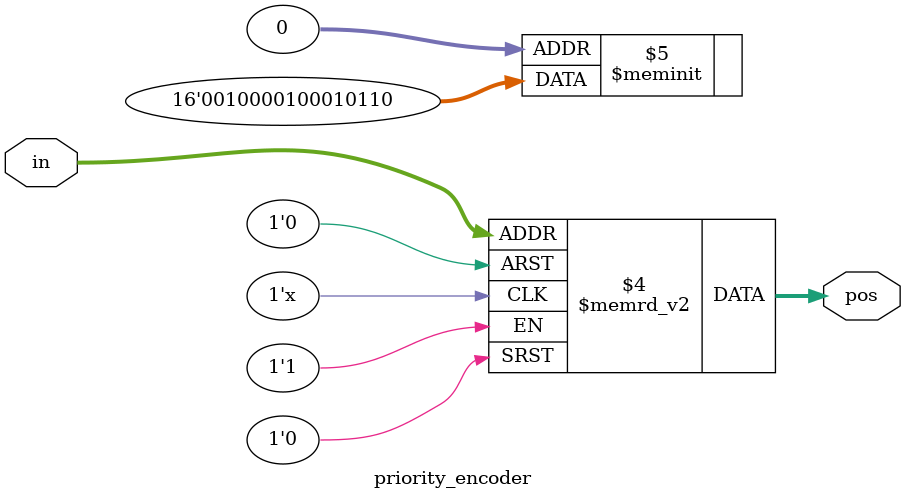
<source format=v>
module priority_encoder( 
input [2:0] in,
output reg [1:0] pos ); 
// When sel=1, assign b to out
always @ ( in ) begin
	pos = 2'b00;
	case(in)
	3'b000: pos = 2'b10;
	3'b001: pos = 2'b01;
	3'b010: pos = 2'b01;
	3'b011: pos = 2'b00;
	3'b100: pos = 2'b01;
	3'b101: pos = 2'b00;
	3'b110: pos = 2'b10;
	3'b111: pos = 2'b00;
	endcase
end
endmodule

</source>
